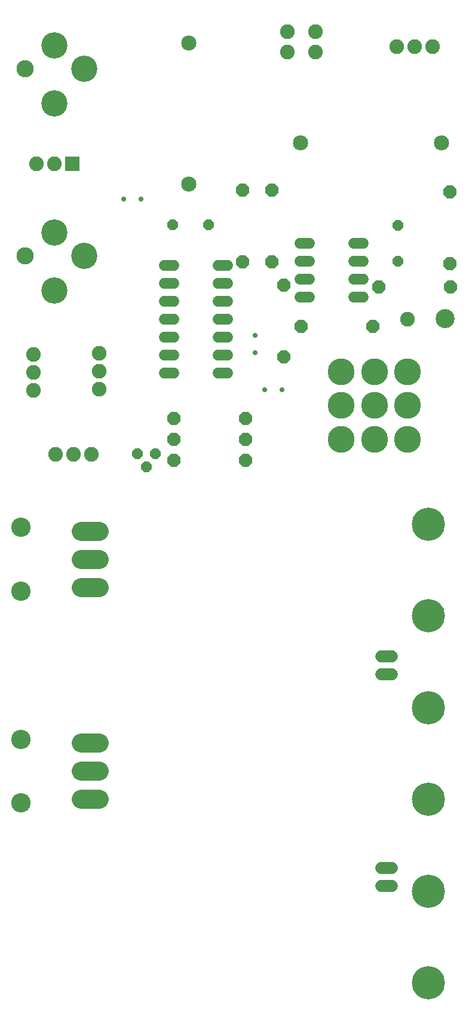
<source format=gbr>
G04 EAGLE Gerber RS-274X export*
G75*
%MOMM*%
%FSLAX34Y34*%
%LPD*%
%INSoldermask Bottom*%
%IPPOS*%
%AMOC8*
5,1,8,0,0,1.08239X$1,22.5*%
G01*
%ADD10C,2.703200*%
%ADD11P,1.649562X8X22.500000*%
%ADD12C,2.153200*%
%ADD13C,1.524000*%
%ADD14P,1.649562X8X112.500000*%
%ADD15C,1.727200*%
%ADD16C,2.082800*%
%ADD17C,3.719200*%
%ADD18C,2.453200*%
%ADD19P,2.034460X8X22.500000*%
%ADD20P,2.034460X8X112.500000*%
%ADD21P,2.034460X8X292.500000*%
%ADD22P,2.034460X8X202.500000*%
%ADD23C,0.711200*%
%ADD24C,2.743200*%
%ADD25C,2.743200*%
%ADD26C,3.803200*%
%ADD27R,2.082800X2.082800*%
%ADD28C,4.703200*%


D10*
X633730Y1000760D03*
D11*
X222700Y810000D03*
X210000Y790950D03*
X197300Y810000D03*
D12*
X270000Y1391500D03*
X270000Y1191500D03*
X428500Y1250000D03*
X628500Y1250000D03*
D13*
X248504Y1076200D02*
X235296Y1076200D01*
X235296Y1050800D02*
X248504Y1050800D01*
X248504Y974600D02*
X235296Y974600D01*
X235296Y949200D02*
X248504Y949200D01*
X248504Y1025400D02*
X235296Y1025400D01*
X235296Y1000000D02*
X248504Y1000000D01*
X248504Y923800D02*
X235296Y923800D01*
X311496Y923800D02*
X324704Y923800D01*
X324704Y949200D02*
X311496Y949200D01*
X311496Y974600D02*
X324704Y974600D01*
X324704Y1000000D02*
X311496Y1000000D01*
X311496Y1025400D02*
X324704Y1025400D01*
X324704Y1050800D02*
X311496Y1050800D01*
X311496Y1076200D02*
X324704Y1076200D01*
D11*
X247140Y1133650D03*
X297940Y1133650D03*
D14*
X566190Y1082220D03*
X566190Y1133020D03*
D15*
X557620Y522700D02*
X542380Y522700D01*
X542380Y497300D02*
X557620Y497300D01*
D16*
X50000Y950480D03*
X50000Y925080D03*
X50000Y899680D03*
D13*
X427676Y1108100D02*
X440884Y1108100D01*
X440884Y1082700D02*
X427676Y1082700D01*
X503876Y1031900D02*
X517084Y1031900D01*
X517084Y1057300D02*
X503876Y1057300D01*
X440884Y1057300D02*
X427676Y1057300D01*
X427676Y1031900D02*
X440884Y1031900D01*
X503876Y1082700D02*
X517084Y1082700D01*
X517084Y1108100D02*
X503876Y1108100D01*
D16*
X80950Y808730D03*
X106350Y808730D03*
X131750Y808730D03*
D17*
X122000Y1090000D03*
X80000Y1041000D03*
X80000Y1123000D03*
D18*
X38000Y1090000D03*
D17*
X122000Y1354920D03*
X80000Y1305920D03*
X80000Y1387920D03*
D18*
X38000Y1354920D03*
D16*
X564600Y1386190D03*
X590000Y1386190D03*
X615400Y1386190D03*
D19*
X249200Y860000D03*
X350800Y860000D03*
D20*
X346510Y1081420D03*
X346510Y1183020D03*
D21*
X405080Y1048260D03*
X405080Y946660D03*
D20*
X640000Y1079200D03*
X640000Y1180800D03*
D19*
X429200Y990000D03*
X530800Y990000D03*
X249200Y830000D03*
X350800Y830000D03*
X249200Y800000D03*
X350800Y800000D03*
D20*
X387620Y1081420D03*
X387620Y1183020D03*
D22*
X640960Y1045880D03*
X539360Y1045880D03*
D15*
X542380Y197300D02*
X557620Y197300D01*
X557620Y222700D02*
X542380Y222700D01*
D16*
X143490Y900950D03*
X143490Y926350D03*
X143490Y951750D03*
D23*
X177500Y1170000D03*
X202500Y1170000D03*
X377500Y900000D03*
X402500Y900000D03*
D24*
X142700Y620000D02*
X117300Y620000D01*
X117300Y660000D02*
X142700Y660000D01*
X142700Y700000D02*
X117300Y700000D01*
D25*
X32083Y615174D03*
X32083Y705217D03*
D26*
X580000Y830000D03*
X580000Y878000D03*
X580000Y926000D03*
X533000Y926000D03*
X533000Y878000D03*
X533000Y830000D03*
X486000Y830000D03*
X486000Y878000D03*
X486000Y926000D03*
D24*
X142700Y320000D02*
X117300Y320000D01*
X117300Y360000D02*
X142700Y360000D01*
X142700Y400000D02*
X117300Y400000D01*
D25*
X32083Y315174D03*
X32083Y405217D03*
D16*
X580000Y1000000D03*
D23*
X363810Y977420D03*
X363810Y952420D03*
D27*
X105400Y1220150D03*
D16*
X80000Y1220150D03*
X54600Y1220150D03*
X410000Y1378222D03*
X410000Y1407178D03*
X450000Y1378222D03*
X450000Y1407178D03*
D28*
X610000Y60000D03*
X610000Y190000D03*
X610000Y320000D03*
X610000Y450000D03*
X610000Y580000D03*
X610000Y710000D03*
M02*

</source>
